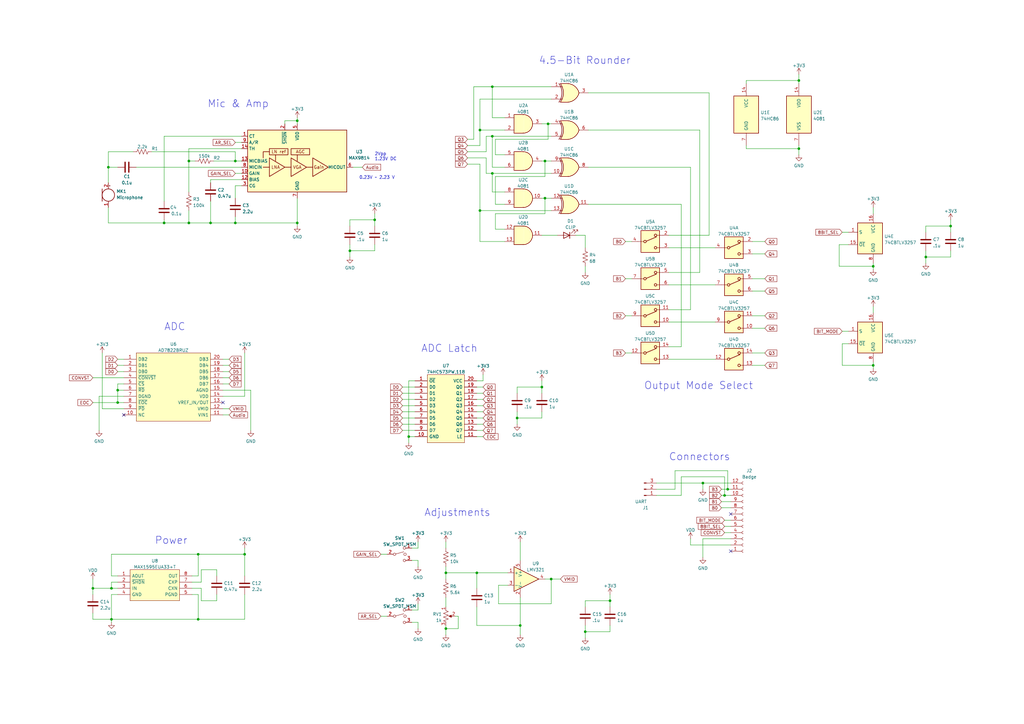
<source format=kicad_sch>
(kicad_sch (version 20211123) (generator eeschema)
  (paper "A3")
  (lib_symbols
    (symbol "4xxx:4081" (pin_names (offset 1.016))
      (property "Reference" "U" (at 0 1.27 0))
      (property "Value" "4081" (at 0 -1.27 0))
      (symbol "4081_1_1"
        (pin input line (at -7.62 2.54 0) (length 3.81) (name "~") (number "1"))
        (pin input line (at -7.62 -2.54 0) (length 3.81) (name "~") (number "2"))
        (pin output line (at 7.62 0 180) (length 3.81) (name "~") (number "3"))
      )
      (symbol "4081_1_2"
        (pin input inverted (at -7.62 2.54 0) (length 4.318) (name "~") (number "1"))
        (pin input inverted (at -7.62 -2.54 0) (length 4.318) (name "~") (number "2"))
        (pin output inverted (at 7.62 0 180) (length 3.81) (name "~") (number "3"))
      )
      (symbol "4081_2_1"
        (pin output line (at 7.62 0 180) (length 3.81) (name "~") (number "4"))
        (pin input line (at -7.62 2.54 0) (length 3.81) (name "~") (number "5"))
        (pin input line (at -7.62 -2.54 0) (length 3.81) (name "~") (number "6"))
      )
      (symbol "4081_2_2"
        (pin output inverted (at 7.62 0 180) (length 3.81) (name "~") (number "4"))
        (pin input inverted (at -7.62 2.54 0) (length 4.318) (name "~") (number "5"))
        (pin input inverted (at -7.62 -2.54 0) (length 4.318) (name "~") (number "6"))
      )
      (symbol "4081_3_1"
        (pin output line (at 7.62 0 180) (length 3.81) (name "~") (number "10"))
        (pin input line (at -7.62 2.54 0) (length 3.81) (name "~") (number "8"))
        (pin input line (at -7.62 -2.54 0) (length 3.81) (name "~") (number "9"))
      )
      (symbol "4081_3_2"
        (pin output inverted (at 7.62 0 180) (length 3.81) (name "~") (number "10"))
        (pin input inverted (at -7.62 2.54 0) (length 4.318) (name "~") (number "8"))
        (pin input inverted (at -7.62 -2.54 0) (length 4.318) (name "~") (number "9"))
      )
      (symbol "4081_4_1"
        (pin output line (at 7.62 0 180) (length 3.81) (name "~") (number "11"))
        (pin input line (at -7.62 2.54 0) (length 3.81) (name "~") (number "12"))
        (pin input line (at -7.62 -2.54 0) (length 3.81) (name "~") (number "13"))
      )
      (symbol "4081_4_2"
        (pin output inverted (at 7.62 0 180) (length 3.81) (name "~") (number "11"))
        (pin input inverted (at -7.62 2.54 0) (length 4.318) (name "~") (number "12"))
        (pin input inverted (at -7.62 -2.54 0) (length 4.318) (name "~") (number "13"))
      )
      (symbol "4081_5_0"
        (pin power_in line (at 0 12.7 270) (length 5.08) (name "VDD") (number "14"))
        (pin power_in line (at 0 -12.7 90) (length 5.08) (name "VSS") (number "7"))
      )
    )
    (symbol "74xx:74CBTLV3257"
      (property "Reference" "U" (at 17.78 1.27 0))
      (property "Value" "74CBTLV3257" (at 15.24 -1.27 0))
      (symbol "74CBTLV3257_1_1"
        (pin passive line (at 7.62 2.54 180) (length 2.54) (name "~") (number "2"))
        (pin passive line (at 7.62 -2.54 180) (length 2.54) (name "~") (number "3"))
        (pin passive line (at -7.62 0 0) (length 2.54) (name "~") (number "4"))
      )
      (symbol "74CBTLV3257_2_1"
        (pin passive line (at 7.62 2.54 180) (length 2.54) (name "~") (number "5"))
        (pin passive line (at 7.62 -2.54 180) (length 2.54) (name "~") (number "6"))
        (pin passive line (at -7.62 0 0) (length 2.54) (name "~") (number "7"))
      )
      (symbol "74CBTLV3257_3_1"
        (pin passive line (at 7.62 -2.54 180) (length 2.54) (name "~") (number "10"))
        (pin passive line (at 7.62 2.54 180) (length 2.54) (name "~") (number "11"))
        (pin passive line (at -7.62 0 0) (length 2.54) (name "~") (number "9"))
      )
      (symbol "74CBTLV3257_4_1"
        (pin passive line (at -7.62 0 0) (length 2.54) (name "~") (number "12"))
        (pin passive line (at 7.62 -2.54 180) (length 2.54) (name "~") (number "13"))
        (pin passive line (at 7.62 2.54 180) (length 2.54) (name "~") (number "14"))
      )
      (symbol "74CBTLV3257_5_1"
        (pin input line (at -10.16 2.54 0) (length 3.81) (name "S") (number "1"))
        (pin input line (at -10.16 -2.54 0) (length 3.81) (name "~{OE}") (number "15"))
        (pin power_in line (at 0 10.16 270) (length 3.81) (name "VCC") (number "16"))
        (pin power_in line (at 0 -10.16 90) (length 3.81) (name "GND") (number "8"))
      )
    )
    (symbol "74xx:74HC86" (pin_names (offset 1.016))
      (property "Reference" "U" (at 0 1.27 0))
      (property "Value" "74HC86" (at 0 -1.27 0))
      (symbol "74HC86_1_0"
        (pin input line (at -7.62 2.54 0) (length 4.445) (name "~") (number "1"))
        (pin input line (at -7.62 -2.54 0) (length 4.445) (name "~") (number "2"))
        (pin output line (at 7.62 0 180) (length 3.81) (name "~") (number "3"))
      )
      (symbol "74HC86_2_0"
        (pin input line (at -7.62 2.54 0) (length 4.445) (name "~") (number "4"))
        (pin input line (at -7.62 -2.54 0) (length 4.445) (name "~") (number "5"))
        (pin output line (at 7.62 0 180) (length 3.81) (name "~") (number "6"))
      )
      (symbol "74HC86_3_0"
        (pin input line (at -7.62 -2.54 0) (length 4.445) (name "~") (number "10"))
        (pin output line (at 7.62 0 180) (length 3.81) (name "~") (number "8"))
        (pin input line (at -7.62 2.54 0) (length 4.445) (name "~") (number "9"))
      )
      (symbol "74HC86_4_0"
        (pin output line (at 7.62 0 180) (length 3.81) (name "~") (number "11"))
        (pin input line (at -7.62 2.54 0) (length 4.445) (name "~") (number "12"))
        (pin input line (at -7.62 -2.54 0) (length 4.445) (name "~") (number "13"))
      )
      (symbol "74HC86_5_0"
        (pin power_in line (at 0 12.7 270) (length 5.08) (name "VCC") (number "14"))
        (pin power_in line (at 0 -12.7 90) (length 5.08) (name "GND") (number "7"))
      )
    )
    (symbol "Amplifier_Audio:MAX9814"
      (property "Reference" "U" (at -20.32 13.97 0))
      (property "Value" "MAX9814" (at 11.43 13.97 0))
      (symbol "MAX9814_0_0"
        (text "AGC" (at 1.27 3.81 0) (effects (font (size 1.27 1.27))))
        (text "Gain" (at 8.89 -2.54 0) (effects (font (size 1.27 1.27))))
        (text "LN ref" (at -7.62 3.81 0) (effects (font (size 1.27 1.27))))
        (text "LNA" (at -8.89 -2.54 0) (effects (font (size 1.27 1.27))))
        (text "VGA" (at 0 -2.54 0) (effects (font (size 1.27 1.27))))
      )
      (symbol "MAX9814_1_1"
        (pin input line (at -22.86 10.16 0) (length 2.54) (name "CT") (number "1"))
        (pin input line (at -22.86 -5.08 0) (length 2.54) (name "GAIN") (number "10"))
        (pin passive line (at 0 -15.24 90) (length 2.54) hide (name "GND") (number "11"))
        (pin passive line (at -22.86 -7.62 0) (length 2.54) (name "BIAS") (number "12"))
        (pin output line (at -22.86 0 0) (length 2.54) (name "MICBIAS") (number "13"))
        (pin input line (at -22.86 5.08 0) (length 2.54) (name "TH") (number "14"))
        (pin passive line (at 0 -15.24 90) (length 2.54) hide (name "GND") (number "15"))
        (pin input line (at -5.08 15.24 270) (length 2.54) (name "~{SHDN}") (number "2"))
        (pin passive line (at -22.86 -10.16 0) (length 2.54) (name "CG") (number "3"))
        (pin passive line (at 0 -15.24 90) (length 2.54) hide (name "GND") (number "4"))
        (pin power_in line (at 0 15.24 270) (length 2.54) (name "VDD") (number "5"))
        (pin output line (at 22.86 -2.54 180) (length 2.54) (name "MICOUT") (number "6"))
        (pin power_in line (at 0 -15.24 90) (length 2.54) (name "GND") (number "7"))
        (pin input line (at -22.86 -2.54 0) (length 2.54) (name "MICIN") (number "8"))
        (pin input line (at -22.86 7.62 0) (length 2.54) (name "A/R") (number "9"))
      )
    )
    (symbol "Amplifier_Operational:LMV321" (pin_names (offset 0.127))
      (property "Reference" "U" (at 0 5.08 0))
      (property "Value" "LMV321" (at 0 -5.08 0))
      (symbol "LMV321_0_1"
        (pin power_in line (at -2.54 -7.62 90) (length 3.81) (name "V-") (number "2"))
        (pin power_in line (at -2.54 7.62 270) (length 3.81) (name "V+") (number "5"))
      )
      (symbol "LMV321_1_1"
        (pin input line (at -7.62 2.54 0) (length 2.54) (name "+") (number "1"))
        (pin input line (at -7.62 -2.54 0) (length 2.54) (name "-") (number "3"))
        (pin output line (at 7.62 0 180) (length 2.54) (name "~") (number "4"))
      )
    )
    (symbol "Connector:Conn_01x03_Male" (pin_names (offset 1.016) hide)
      (property "Reference" "J" (at 0 5.08 0))
      (property "Value" "Conn_01x03_Male" (at 0 -5.08 0))
      (symbol "Conn_01x03_Male_1_1"
        (pin passive line (at 5.08 2.54 180) (length 3.81) (name "Pin_1") (number "1"))
        (pin passive line (at 5.08 0 180) (length 3.81) (name "Pin_2") (number "2"))
        (pin passive line (at 5.08 -2.54 180) (length 3.81) (name "Pin_3") (number "3"))
      )
    )
    (symbol "Connector:Conn_01x12_Female" (pin_names (offset 1.016) hide)
      (property "Reference" "J" (at 0 15.24 0))
      (property "Value" "Conn_01x12_Female" (at 0 -17.78 0))
      (symbol "Conn_01x12_Female_1_1"
        (pin passive line (at -5.08 12.7 0) (length 3.81) (name "Pin_1") (number "1"))
        (pin passive line (at -5.08 -10.16 0) (length 3.81) (name "Pin_10") (number "10"))
        (pin passive line (at -5.08 -12.7 0) (length 3.81) (name "Pin_11") (number "11"))
        (pin passive line (at -5.08 -15.24 0) (length 3.81) (name "Pin_12") (number "12"))
        (pin passive line (at -5.08 10.16 0) (length 3.81) (name "Pin_2") (number "2"))
        (pin passive line (at -5.08 7.62 0) (length 3.81) (name "Pin_3") (number "3"))
        (pin passive line (at -5.08 5.08 0) (length 3.81) (name "Pin_4") (number "4"))
        (pin passive line (at -5.08 2.54 0) (length 3.81) (name "Pin_5") (number "5"))
        (pin passive line (at -5.08 0 0) (length 3.81) (name "Pin_6") (number "6"))
        (pin passive line (at -5.08 -2.54 0) (length 3.81) (name "Pin_7") (number "7"))
        (pin passive line (at -5.08 -5.08 0) (length 3.81) (name "Pin_8") (number "8"))
        (pin passive line (at -5.08 -7.62 0) (length 3.81) (name "Pin_9") (number "9"))
      )
    )
    (symbol "Device:C" (pin_numbers hide) (pin_names (offset 0.254))
      (property "Reference" "C" (at 0.635 2.54 0))
      (property "Value" "C" (at 0.635 -2.54 0))
      (symbol "C_1_1"
        (pin passive line (at 0 3.81 270) (length 2.794) (name "~") (number "1"))
        (pin passive line (at 0 -3.81 90) (length 2.794) (name "~") (number "2"))
      )
    )
    (symbol "Device:LED" (pin_numbers hide) (pin_names (offset 1.016) hide)
      (property "Reference" "D" (at 0 2.54 0))
      (property "Value" "LED" (at 0 -2.54 0))
      (symbol "LED_1_1"
        (pin passive line (at -3.81 0 0) (length 2.54) (name "K") (number "1"))
        (pin passive line (at 3.81 0 180) (length 2.54) (name "A") (number "2"))
      )
    )
    (symbol "Device:Microphone" (pin_names (offset 0.0254) hide)
      (property "Reference" "MK" (at -3.81 1.27 0))
      (property "Value" "Microphone" (at -3.81 -0.635 0))
      (symbol "Microphone_1_1"
        (pin passive line (at 0 -5.08 90) (length 2.54) (name "-") (number "1"))
        (pin passive line (at 0 5.08 270) (length 2.54) (name "+") (number "2"))
      )
    )
    (symbol "Device:R_Potentiometer_US" (pin_names (offset 1.016) hide)
      (property "Reference" "RV" (at -4.445 0 90))
      (property "Value" "R_Potentiometer_US" (at -2.54 0 90))
      (symbol "R_Potentiometer_US_1_1"
        (pin passive line (at 0 3.81 270) (length 1.27) (name "1") (number "1"))
        (pin passive line (at 3.81 0 180) (length 1.27) (name "2") (number "2"))
        (pin passive line (at 0 -3.81 90) (length 1.27) (name "3") (number "3"))
      )
    )
    (symbol "Device:R_US" (pin_numbers hide) (pin_names (offset 0))
      (property "Reference" "R" (at 2.54 0 90))
      (property "Value" "R_US" (at -2.54 0 90))
      (symbol "R_US_1_1"
        (pin passive line (at 0 3.81 270) (length 1.27) (name "~") (number "1"))
        (pin passive line (at 0 -3.81 90) (length 1.27) (name "~") (number "2"))
      )
    )
    (symbol "SamacSys_Parts:74HC573PW,118" (pin_names (offset 0.762))
      (property "Reference" "U5" (at 12.7 6.189 0))
      (property "Value" "74HC573PW,118" (at 12.7 3.6521 0))
      (symbol "74HC573PW,118_0_0"
        (pin passive line (at 0 0 0) (length 5.08) (name "~{OE}") (number "1"))
        (pin passive line (at 0 -22.86 0) (length 5.08) (name "GND") (number "10"))
        (pin passive line (at 25.4 -22.86 180) (length 5.08) (name "LE") (number "11"))
        (pin passive line (at 25.4 -20.32 180) (length 5.08) (name "Q7") (number "12"))
        (pin passive line (at 25.4 -17.78 180) (length 5.08) (name "Q6") (number "13"))
        (pin passive line (at 25.4 -15.24 180) (length 5.08) (name "Q5") (number "14"))
        (pin passive line (at 25.4 -12.7 180) (length 5.08) (name "Q4") (number "15"))
        (pin passive line (at 25.4 -10.16 180) (length 5.08) (name "Q3") (number "16"))
        (pin passive line (at 25.4 -7.62 180) (length 5.08) (name "Q2") (number "17"))
        (pin passive line (at 25.4 -5.08 180) (length 5.08) (name "Q1") (number "18"))
        (pin passive line (at 25.4 -2.54 180) (length 5.08) (name "Q0") (number "19"))
        (pin passive line (at 0 -2.54 0) (length 5.08) (name "D0") (number "2"))
        (pin passive line (at 25.4 0 180) (length 5.08) (name "VCC") (number "20"))
        (pin passive line (at 0 -5.08 0) (length 5.08) (name "D1") (number "3"))
        (pin passive line (at 0 -7.62 0) (length 5.08) (name "D2") (number "4"))
        (pin passive line (at 0 -10.16 0) (length 5.08) (name "D3") (number "5"))
        (pin passive line (at 0 -12.7 0) (length 5.08) (name "D4") (number "6"))
        (pin passive line (at 0 -15.24 0) (length 5.08) (name "D5") (number "7"))
        (pin passive line (at 0 -17.78 0) (length 5.08) (name "D6") (number "8"))
        (pin passive line (at 0 -20.32 0) (length 5.08) (name "D7") (number "9"))
      )
    )
    (symbol "SamacSys_Parts:AD7822BRUZ" (pin_names (offset 0.762))
      (property "Reference" "U4" (at 20.32 6.189 0))
      (property "Value" "AD7822BRUZ" (at 20.32 3.6521 0))
      (symbol "AD7822BRUZ_0_0"
        (pin passive line (at 0 0 0) (length 5.08) (name "DB2") (number "1"))
        (pin no_connect line (at 0 -22.86 0) (length 5.08) (name "NC") (number "10"))
        (pin passive line (at 40.64 -22.86 180) (length 5.08) (name "VIN1") (number "11"))
        (pin passive line (at 40.64 -20.32 180) (length 5.08) (name "VMID") (number "12"))
        (pin passive line (at 40.64 -17.78 180) (length 5.08) (name "VREF_IN/OUT") (number "13"))
        (pin passive line (at 40.64 -15.24 180) (length 5.08) (name "VDD") (number "14"))
        (pin passive line (at 40.64 -12.7 180) (length 5.08) (name "AGND") (number "15"))
        (pin passive line (at 40.64 -10.16 180) (length 5.08) (name "DB7") (number "16"))
        (pin passive line (at 40.64 -7.62 180) (length 5.08) (name "DB6") (number "17"))
        (pin passive line (at 40.64 -5.08 180) (length 5.08) (name "DB5") (number "18"))
        (pin passive line (at 40.64 -2.54 180) (length 5.08) (name "DB4") (number "19"))
        (pin passive line (at 0 -2.54 0) (length 5.08) (name "DB1") (number "2"))
        (pin passive line (at 40.64 0 180) (length 5.08) (name "DB3") (number "20"))
        (pin passive line (at 0 -5.08 0) (length 5.08) (name "DB0") (number "3"))
        (pin passive line (at 0 -7.62 0) (length 5.08) (name "~{CONVST}") (number "4"))
        (pin passive line (at 0 -10.16 0) (length 5.08) (name "~{CS}") (number "5"))
        (pin passive line (at 0 -12.7 0) (length 5.08) (name "~{RD}") (number "6"))
        (pin passive line (at 0 -15.24 0) (length 5.08) (name "DGND") (number "7"))
        (pin passive line (at 0 -17.78 0) (length 5.08) (name "~{EOC}") (number "8"))
        (pin passive line (at 0 -20.32 0) (length 5.08) (name "~{PD}") (number "9"))
      )
    )
    (symbol "SamacSys_Parts:MAX1595EUA33+T" (pin_names (offset 0.762))
      (property "Reference" "IC?" (at 15.24 6.189 0))
      (property "Value" "MAX1595EUA33+T" (at 15.24 3.6521 0))
      (symbol "MAX1595EUA33+T_0_0"
        (pin output line (at 0 0 0) (length 5.08) (name "AOUT") (number "1"))
        (pin passive line (at 0 -2.54 0) (length 5.08) (name "~{SHDN}") (number "2"))
        (pin input line (at 0 -5.08 0) (length 5.08) (name "IN") (number "3"))
        (pin power_in line (at 0 -7.62 0) (length 5.08) (name "GND") (number "4"))
        (pin power_in line (at 30.48 -7.62 180) (length 5.08) (name "PGND") (number "5"))
        (pin passive line (at 30.48 -5.08 180) (length 5.08) (name "CXN") (number "6"))
        (pin passive line (at 30.48 -2.54 180) (length 5.08) (name "CXP") (number "7"))
        (pin output line (at 30.48 0 180) (length 5.08) (name "OUT") (number "8"))
      )
    )
    (symbol "Switch:SW_SPDT_MSM" (pin_names (offset 0) hide)
      (property "Reference" "SW" (at 0 5.08 0))
      (property "Value" "SW_SPDT_MSM" (at 0 -5.08 0))
      (symbol "SW_SPDT_MSM_1_1"
        (pin passive line (at 5.08 2.54 180) (length 2.54) (name "1") (number "1"))
        (pin passive line (at -5.08 0 0) (length 2.54) (name "2") (number "2"))
        (pin passive line (at 5.08 -2.54 180) (length 2.54) (name "3") (number "3"))
      )
    )
    (symbol "power:+3.3V" (power) (pin_names (offset 0))
      (property "Value" "+3.3V" (at 0 3.556 0))
      (symbol "+3.3V_1_1"
        (pin power_in line (at 0 0 90) (length 0) hide (name "+3V3") (number "1"))
      )
    )
    (symbol "power:GND" (power) (pin_names (offset 0))
      (property "Value" "GND" (at 0 -3.81 0))
      (symbol "GND_1_1"
        (pin power_in line (at 0 0 270) (length 0) hide (name "GND") (number "1"))
      )
    )
    (symbol "power:VDD" (power) (pin_names (offset 0))
      (property "Value" "VDD" (at 0 3.81 0))
      (symbol "VDD_1_1"
        (pin power_in line (at 0 0 90) (length 0) hide (name "VDD") (number "1"))
      )
    )
  )
  (junction (at 86.36 91.44))
  (junction (at 96.52 91.44))
  (junction (at 44.45 68.58))
  (junction (at 196.85 53.34))
  (junction (at 223.52 81.28))
  (junction (at 358.14 109.22))
  (junction (at 77.47 66.04))
  (junction (at 288.29 198.12))
  (junction (at 153.67 90.17))
  (junction (at 38.1 241.3))
  (junction (at 250.19 246.38))
  (junction (at 143.51 102.87))
  (junction (at 81.28 227.33))
  (junction (at 96.52 66.04))
  (junction (at 77.47 91.44))
  (junction (at 213.36 256.54))
  (junction (at 389.89 92.71))
  (junction (at 327.66 33.02))
  (junction (at 67.31 91.44))
  (junction (at 121.92 49.53))
  (junction (at 100.33 227.33))
  (junction (at 81.28 254))
  (junction (at 48.26 165.1))
  (junction (at 182.88 257.81))
  (junction (at 327.66 60.96))
  (junction (at 297.18 203.2))
  (junction (at 201.93 55.88))
  (junction (at 240.03 259.08))
  (junction (at 358.14 149.86))
  (junction (at 201.93 35.56))
  (junction (at 196.85 86.36))
  (junction (at 226.06 237.49))
  (junction (at 212.09 171.45))
  (junction (at 298.45 200.66))
  (junction (at 45.72 254))
  (junction (at 224.79 50.8))
  (junction (at 45.72 241.3))
  (junction (at 121.92 91.44))
  (junction (at 182.88 234.95))
  (junction (at 48.26 160.02))
  (junction (at 167.64 179.07))
  (junction (at 223.52 66.04))
  (junction (at 195.58 234.95))
  (junction (at 201.93 71.12))
  (junction (at 379.73 105.41))
  (junction (at 222.25 158.75))
  (no_connect (at 50.8 170.18))
  (no_connect (at 299.72 226.06))
  (no_connect (at 299.72 210.82))
  (no_connect (at 91.44 165.1))
  (wire (pts (xy 44.45 85.09) (xy 44.45 91.44)))
  (wire (pts (xy 165.1 171.45) (xy 170.18 171.45)))
  (wire (pts (xy 195.58 248.92) (xy 195.58 256.54)))
  (wire (pts (xy 182.88 234.95) (xy 182.88 237.49)))
  (wire (pts (xy 241.3 68.58) (xy 283.21 68.58)))
  (wire (pts (xy 274.32 127) (xy 283.21 127)))
  (wire (pts (xy 226.06 237.49) (xy 226.06 247.65)))
  (wire (pts (xy 186.69 252.73) (xy 187.96 252.73)))
  (wire (pts (xy 201.93 35.56) (xy 226.06 35.56)))
  (wire (pts (xy 298.45 193.04) (xy 298.45 200.66)))
  (wire (pts (xy 290.83 38.1) (xy 290.83 96.52)))
  (wire (pts (xy 269.24 203.2) (xy 279.4 203.2)))
  (wire (pts (xy 358.14 125.73) (xy 358.14 128.27)))
  (wire (pts (xy 308.61 149.86) (xy 313.69 149.86)))
  (wire (pts (xy 171.45 250.19) (xy 168.91 250.19)))
  (wire (pts (xy 45.72 238.76) (xy 45.72 241.3)))
  (wire (pts (xy 308.61 144.78) (xy 313.69 144.78)))
  (wire (pts (xy 45.72 236.22) (xy 45.72 227.33)))
  (wire (pts (xy 86.36 91.44) (xy 96.52 91.44)))
  (wire (pts (xy 199.39 71.12) (xy 201.93 71.12)))
  (wire (pts (xy 222.25 81.28) (xy 223.52 81.28)))
  (wire (pts (xy 116.84 50.8) (xy 116.84 49.53)))
  (wire (pts (xy 297.18 213.36) (xy 299.72 213.36)))
  (wire (pts (xy 358.14 149.86) (xy 358.14 151.13)))
  (wire (pts (xy 48.26 160.02) (xy 48.26 165.1)))
  (wire (pts (xy 45.72 241.3) (xy 48.26 241.3)))
  (wire (pts (xy 191.77 67.31) (xy 196.85 67.31)))
  (wire (pts (xy 358.14 107.95) (xy 358.14 109.22)))
  (wire (pts (xy 212.09 158.75) (xy 222.25 158.75)))
  (wire (pts (xy 240.03 259.08) (xy 250.19 259.08)))
  (wire (pts (xy 274.32 116.84) (xy 293.37 116.84)))
  (wire (pts (xy 38.1 243.84) (xy 38.1 241.3)))
  (wire (pts (xy 40.64 176.53) (xy 40.64 162.56)))
  (wire (pts (xy 379.73 105.41) (xy 379.73 107.95)))
  (wire (pts (xy 41.91 167.64) (xy 50.8 167.64)))
  (wire (pts (xy 283.21 220.98) (xy 283.21 223.52)))
  (wire (pts (xy 250.19 259.08) (xy 250.19 256.54)))
  (wire (pts (xy 213.36 245.11) (xy 213.36 256.54)))
  (wire (pts (xy 288.29 220.98) (xy 299.72 220.98)))
  (wire (pts (xy 87.63 66.04) (xy 96.52 66.04)))
  (wire (pts (xy 182.88 257.81) (xy 187.96 257.81)))
  (wire (pts (xy 77.47 78.74) (xy 77.47 66.04)))
  (wire (pts (xy 345.44 135.89) (xy 347.98 135.89)))
  (wire (pts (xy 196.85 53.34) (xy 207.01 53.34)))
  (wire (pts (xy 195.58 171.45) (xy 198.12 171.45)))
  (wire (pts (xy 203.2 63.5) (xy 207.01 63.5)))
  (wire (pts (xy 196.85 40.64) (xy 226.06 40.64)))
  (wire (pts (xy 327.66 33.02) (xy 327.66 34.29)))
  (wire (pts (xy 91.44 154.94) (xy 93.98 154.94)))
  (wire (pts (xy 327.66 59.69) (xy 327.66 60.96)))
  (wire (pts (xy 121.92 48.26) (xy 121.92 49.53)))
  (wire (pts (xy 195.58 256.54) (xy 213.36 256.54)))
  (wire (pts (xy 256.54 99.06) (xy 259.08 99.06)))
  (wire (pts (xy 204.47 247.65) (xy 204.47 240.03)))
  (wire (pts (xy 241.3 53.34) (xy 287.02 53.34)))
  (wire (pts (xy 222.25 96.52) (xy 228.6 96.52)))
  (wire (pts (xy 88.9 246.38) (xy 88.9 243.84)))
  (wire (pts (xy 240.03 109.22) (xy 240.03 111.76)))
  (wire (pts (xy 38.1 237.49) (xy 38.1 241.3)))
  (wire (pts (xy 306.07 34.29) (xy 306.07 33.02)))
  (wire (pts (xy 44.45 91.44) (xy 67.31 91.44)))
  (wire (pts (xy 306.07 33.02) (xy 327.66 33.02)))
  (wire (pts (xy 298.45 200.66) (xy 299.72 200.66)))
  (wire (pts (xy 48.26 149.86) (xy 50.8 149.86)))
  (wire (pts (xy 82.55 241.3) (xy 82.55 246.38)))
  (wire (pts (xy 274.32 142.24) (xy 279.4 142.24)))
  (wire (pts (xy 96.52 71.12) (xy 99.06 71.12)))
  (wire (pts (xy 96.52 91.44) (xy 96.52 88.9)))
  (wire (pts (xy 201.93 71.12) (xy 226.06 71.12)))
  (wire (pts (xy 191.77 57.15) (xy 194.31 57.15)))
  (wire (pts (xy 379.73 102.87) (xy 379.73 105.41)))
  (wire (pts (xy 203.2 87.63) (xy 203.2 93.98)))
  (wire (pts (xy 77.47 91.44) (xy 86.36 91.44)))
  (wire (pts (xy 288.29 198.12) (xy 299.72 198.12)))
  (wire (pts (xy 165.1 173.99) (xy 170.18 173.99)))
  (wire (pts (xy 223.52 72.39) (xy 203.2 72.39)))
  (wire (pts (xy 276.86 200.66) (xy 269.24 200.66)))
  (wire (pts (xy 196.85 86.36) (xy 196.85 67.31)))
  (wire (pts (xy 165.1 163.83) (xy 170.18 163.83)))
  (wire (pts (xy 171.45 232.41) (xy 171.45 229.87)))
  (wire (pts (xy 297.18 203.2) (xy 297.18 195.58)))
  (wire (pts (xy 196.85 53.34) (xy 196.85 59.69)))
  (wire (pts (xy 195.58 234.95) (xy 208.28 234.95)))
  (wire (pts (xy 195.58 158.75) (xy 198.12 158.75)))
  (wire (pts (xy 45.72 254) (xy 45.72 243.84)))
  (wire (pts (xy 287.02 53.34) (xy 287.02 111.76)))
  (wire (pts (xy 165.1 166.37) (xy 170.18 166.37)))
  (wire (pts (xy 295.91 200.66) (xy 298.45 200.66)))
  (wire (pts (xy 100.33 227.33) (xy 100.33 236.22)))
  (wire (pts (xy 250.19 243.84) (xy 250.19 246.38)))
  (wire (pts (xy 165.1 168.91) (xy 170.18 168.91)))
  (wire (pts (xy 256.54 144.78) (xy 259.08 144.78)))
  (wire (pts (xy 308.61 114.3) (xy 313.69 114.3)))
  (wire (pts (xy 195.58 163.83) (xy 198.12 163.83)))
  (wire (pts (xy 48.26 152.4) (xy 50.8 152.4)))
  (wire (pts (xy 54.61 62.23) (xy 44.45 62.23)))
  (wire (pts (xy 165.1 158.75) (xy 170.18 158.75)))
  (wire (pts (xy 48.26 236.22) (xy 45.72 236.22)))
  (wire (pts (xy 274.32 147.32) (xy 293.37 147.32)))
  (wire (pts (xy 167.64 179.07) (xy 170.18 179.07)))
  (wire (pts (xy 167.64 156.21) (xy 167.64 179.07)))
  (wire (pts (xy 143.51 92.71) (xy 143.51 90.17)))
  (wire (pts (xy 295.91 203.2) (xy 297.18 203.2)))
  (wire (pts (xy 100.33 243.84) (xy 100.33 254)))
  (wire (pts (xy 77.47 86.36) (xy 77.47 91.44)))
  (wire (pts (xy 222.25 171.45) (xy 222.25 168.91)))
  (wire (pts (xy 308.61 99.06) (xy 313.69 99.06)))
  (wire (pts (xy 48.26 160.02) (xy 50.8 160.02)))
  (wire (pts (xy 167.64 181.61) (xy 167.64 179.07)))
  (wire (pts (xy 40.64 162.56) (xy 50.8 162.56)))
  (wire (pts (xy 82.55 233.68) (xy 88.9 233.68)))
  (wire (pts (xy 67.31 82.55) (xy 67.31 55.88)))
  (wire (pts (xy 327.66 60.96) (xy 327.66 63.5)))
  (wire (pts (xy 170.18 156.21) (xy 167.64 156.21)))
  (wire (pts (xy 207.01 68.58) (xy 201.93 68.58)))
  (wire (pts (xy 44.45 68.58) (xy 44.45 74.93)))
  (wire (pts (xy 44.45 68.58) (xy 48.26 68.58)))
  (wire (pts (xy 165.1 176.53) (xy 170.18 176.53)))
  (wire (pts (xy 224.79 57.15) (xy 203.2 57.15)))
  (wire (pts (xy 196.85 53.34) (xy 196.85 40.64)))
  (wire (pts (xy 240.03 259.08) (xy 240.03 261.62)))
  (wire (pts (xy 204.47 240.03) (xy 208.28 240.03)))
  (wire (pts (xy 81.28 254) (xy 100.33 254)))
  (wire (pts (xy 82.55 246.38) (xy 88.9 246.38)))
  (wire (pts (xy 143.51 102.87) (xy 143.51 105.41)))
  (wire (pts (xy 379.73 95.25) (xy 379.73 92.71)))
  (wire (pts (xy 86.36 82.55) (xy 86.36 91.44)))
  (wire (pts (xy 203.2 83.82) (xy 207.01 83.82)))
  (wire (pts (xy 327.66 30.48) (xy 327.66 33.02)))
  (wire (pts (xy 48.26 147.32) (xy 50.8 147.32)))
  (wire (pts (xy 81.28 243.84) (xy 78.74 243.84)))
  (wire (pts (xy 96.52 66.04) (xy 96.52 62.23)))
  (wire (pts (xy 156.21 252.73) (xy 158.75 252.73)))
  (wire (pts (xy 222.25 66.04) (xy 223.52 66.04)))
  (wire (pts (xy 153.67 90.17) (xy 153.67 92.71)))
  (wire (pts (xy 306.07 59.69) (xy 306.07 60.96)))
  (wire (pts (xy 67.31 55.88) (xy 99.06 55.88)))
  (wire (pts (xy 38.1 251.46) (xy 38.1 254)))
  (wire (pts (xy 50.8 157.48) (xy 48.26 157.48)))
  (wire (pts (xy 256.54 114.3) (xy 259.08 114.3)))
  (wire (pts (xy 308.61 119.38) (xy 313.69 119.38)))
  (wire (pts (xy 96.52 76.2) (xy 99.06 76.2)))
  (wire (pts (xy 212.09 161.29) (xy 212.09 158.75)))
  (wire (pts (xy 196.85 86.36) (xy 226.06 86.36)))
  (wire (pts (xy 283.21 68.58) (xy 283.21 127)))
  (wire (pts (xy 96.52 58.42) (xy 99.06 58.42)))
  (wire (pts (xy 241.3 38.1) (xy 290.83 38.1)))
  (wire (pts (xy 195.58 179.07) (xy 198.12 179.07)))
  (wire (pts (xy 143.51 90.17) (xy 153.67 90.17)))
  (wire (pts (xy 240.03 246.38) (xy 250.19 246.38)))
  (wire (pts (xy 212.09 171.45) (xy 212.09 173.99)))
  (wire (pts (xy 38.1 165.1) (xy 48.26 165.1)))
  (wire (pts (xy 182.88 234.95) (xy 195.58 234.95)))
  (wire (pts (xy 203.2 72.39) (xy 203.2 83.82)))
  (wire (pts (xy 201.93 68.58) (xy 201.93 55.88)))
  (wire (pts (xy 48.26 157.48) (xy 48.26 160.02)))
  (wire (pts (xy 276.86 193.04) (xy 298.45 193.04)))
  (wire (pts (xy 222.25 50.8) (xy 224.79 50.8)))
  (wire (pts (xy 274.32 111.76) (xy 287.02 111.76)))
  (wire (pts (xy 116.84 49.53) (xy 121.92 49.53)))
  (wire (pts (xy 121.92 81.28) (xy 121.92 91.44)))
  (wire (pts (xy 279.4 83.82) (xy 279.4 142.24)))
  (wire (pts (xy 44.45 62.23) (xy 44.45 68.58)))
  (wire (pts (xy 389.89 90.17) (xy 389.89 92.71)))
  (wire (pts (xy 224.79 50.8) (xy 224.79 57.15)))
  (wire (pts (xy 182.88 256.54) (xy 182.88 257.81)))
  (wire (pts (xy 38.1 241.3) (xy 45.72 241.3)))
  (wire (pts (xy 41.91 144.78) (xy 41.91 167.64)))
  (wire (pts (xy 199.39 64.77) (xy 199.39 71.12)))
  (wire (pts (xy 88.9 233.68) (xy 88.9 236.22)))
  (wire (pts (xy 297.18 203.2) (xy 299.72 203.2)))
  (wire (pts (xy 182.88 232.41) (xy 182.88 234.95)))
  (wire (pts (xy 223.52 66.04) (xy 226.06 66.04)))
  (wire (pts (xy 223.52 81.28) (xy 223.52 87.63)))
  (wire (pts (xy 389.89 105.41) (xy 389.89 102.87)))
  (wire (pts (xy 196.85 86.36) (xy 196.85 99.06)))
  (wire (pts (xy 153.67 102.87) (xy 153.67 100.33)))
  (wire (pts (xy 199.39 55.88) (xy 201.93 55.88)))
  (wire (pts (xy 345.44 149.86) (xy 358.14 149.86)))
  (wire (pts (xy 269.24 198.12) (xy 288.29 198.12)))
  (wire (pts (xy 274.32 96.52) (xy 290.83 96.52)))
  (wire (pts (xy 96.52 81.28) (xy 96.52 76.2)))
  (wire (pts (xy 345.44 95.25) (xy 347.98 95.25)))
  (wire (pts (xy 203.2 93.98) (xy 207.01 93.98)))
  (wire (pts (xy 144.78 68.58) (xy 148.59 68.58)))
  (wire (pts (xy 191.77 62.23) (xy 199.39 62.23)))
  (wire (pts (xy 77.47 60.96) (xy 77.47 66.04)))
  (wire (pts (xy 201.93 55.88) (xy 226.06 55.88)))
  (wire (pts (xy 143.51 100.33) (xy 143.51 102.87)))
  (wire (pts (xy 171.45 255.27) (xy 168.91 255.27)))
  (wire (pts (xy 201.93 48.26) (xy 201.93 35.56)))
  (wire (pts (xy 156.21 227.33) (xy 158.75 227.33)))
  (wire (pts (xy 171.45 224.79) (xy 168.91 224.79)))
  (wire (pts (xy 187.96 257.81) (xy 187.96 252.73)))
  (wire (pts (xy 306.07 60.96) (xy 327.66 60.96)))
  (wire (pts (xy 38.1 154.94) (xy 50.8 154.94)))
  (wire (pts (xy 81.28 243.84) (xy 81.28 254)))
  (wire (pts (xy 224.79 50.8) (xy 226.06 50.8)))
  (wire (pts (xy 194.31 35.56) (xy 201.93 35.56)))
  (wire (pts (xy 45.72 227.33) (xy 81.28 227.33)))
  (wire (pts (xy 194.31 35.56) (xy 194.31 57.15)))
  (wire (pts (xy 308.61 104.14) (xy 313.69 104.14)))
  (wire (pts (xy 223.52 81.28) (xy 226.06 81.28)))
  (wire (pts (xy 256.54 129.54) (xy 259.08 129.54)))
  (wire (pts (xy 91.44 167.64) (xy 93.98 167.64)))
  (wire (pts (xy 199.39 62.23) (xy 199.39 55.88)))
  (wire (pts (xy 100.33 162.56) (xy 91.44 162.56)))
  (wire (pts (xy 91.44 157.48) (xy 93.98 157.48)))
  (wire (pts (xy 191.77 64.77) (xy 199.39 64.77)))
  (wire (pts (xy 295.91 208.28) (xy 299.72 208.28)))
  (wire (pts (xy 347.98 100.33) (xy 344.17 100.33)))
  (wire (pts (xy 283.21 223.52) (xy 299.72 223.52)))
  (wire (pts (xy 82.55 238.76) (xy 78.74 238.76)))
  (wire (pts (xy 102.87 160.02) (xy 91.44 160.02)))
  (wire (pts (xy 86.36 73.66) (xy 86.36 74.93)))
  (wire (pts (xy 222.25 158.75) (xy 222.25 161.29)))
  (wire (pts (xy 67.31 91.44) (xy 77.47 91.44)))
  (wire (pts (xy 81.28 236.22) (xy 78.74 236.22)))
  (wire (pts (xy 198.12 153.67) (xy 198.12 156.21)))
  (wire (pts (xy 102.87 176.53) (xy 102.87 160.02)))
  (wire (pts (xy 195.58 234.95) (xy 195.58 241.3)))
  (wire (pts (xy 308.61 134.62) (xy 313.69 134.62)))
  (wire (pts (xy 358.14 148.59) (xy 358.14 149.86)))
  (wire (pts (xy 96.52 91.44) (xy 121.92 91.44)))
  (wire (pts (xy 240.03 256.54) (xy 240.03 259.08)))
  (wire (pts (xy 62.23 62.23) (xy 96.52 62.23)))
  (wire (pts (xy 276.86 193.04) (xy 276.86 200.66)))
  (wire (pts (xy 171.45 257.81) (xy 171.45 255.27)))
  (wire (pts (xy 223.52 237.49) (xy 226.06 237.49)))
  (wire (pts (xy 143.51 102.87) (xy 153.67 102.87)))
  (wire (pts (xy 203.2 57.15) (xy 203.2 63.5)))
  (wire (pts (xy 274.32 101.6) (xy 293.37 101.6)))
  (wire (pts (xy 171.45 229.87) (xy 168.91 229.87)))
  (wire (pts (xy 207.01 78.74) (xy 201.93 78.74)))
  (wire (pts (xy 288.29 200.66) (xy 288.29 198.12)))
  (wire (pts (xy 379.73 105.41) (xy 389.89 105.41)))
  (wire (pts (xy 279.4 195.58) (xy 297.18 195.58)))
  (wire (pts (xy 201.93 78.74) (xy 201.93 71.12)))
  (wire (pts (xy 99.06 60.96) (xy 77.47 60.96)))
  (wire (pts (xy 297.18 218.44) (xy 299.72 218.44)))
  (wire (pts (xy 45.72 254) (xy 81.28 254)))
  (wire (pts (xy 81.28 227.33) (xy 81.28 236.22)))
  (wire (pts (xy 55.88 68.58) (xy 99.06 68.58)))
  (wire (pts (xy 212.09 171.45) (xy 222.25 171.45)))
  (wire (pts (xy 171.45 222.25) (xy 171.45 224.79)))
  (wire (pts (xy 77.47 66.04) (xy 80.01 66.04)))
  (wire (pts (xy 295.91 205.74) (xy 299.72 205.74)))
  (wire (pts (xy 195.58 166.37) (xy 198.12 166.37)))
  (wire (pts (xy 153.67 87.63) (xy 153.67 90.17)))
  (wire (pts (xy 67.31 90.17) (xy 67.31 91.44)))
  (wire (pts (xy 236.22 96.52) (xy 240.03 96.52)))
  (wire (pts (xy 91.44 147.32) (xy 93.98 147.32)))
  (wire (pts (xy 250.19 246.38) (xy 250.19 248.92)))
  (wire (pts (xy 226.06 247.65) (xy 204.47 247.65)))
  (wire (pts (xy 308.61 129.54) (xy 313.69 129.54)))
  (wire (pts (xy 212.09 168.91) (xy 212.09 171.45)))
  (wire (pts (xy 389.89 92.71) (xy 389.89 95.25)))
  (wire (pts (xy 240.03 248.92) (xy 240.03 246.38)))
  (wire (pts (xy 91.44 149.86) (xy 93.98 149.86)))
  (wire (pts (xy 191.77 59.69) (xy 196.85 59.69)))
  (wire (pts (xy 45.72 243.84) (xy 48.26 243.84)))
  (wire (pts (xy 165.1 161.29) (xy 170.18 161.29)))
  (wire (pts (xy 279.4 195.58) (xy 279.4 203.2)))
  (wire (pts (xy 195.58 161.29) (xy 198.12 161.29)))
  (wire (pts (xy 78.74 241.3) (xy 82.55 241.3)))
  (wire (pts (xy 45.72 255.27) (xy 45.72 254)))
  (wire (pts (xy 195.58 176.53) (xy 198.12 176.53)))
  (wire (pts (xy 344.17 109.22) (xy 358.14 109.22)))
  (wire (pts (xy 241.3 83.82) (xy 279.4 83.82)))
  (wire (pts (xy 121.92 49.53) (xy 121.92 50.8)))
  (wire (pts (xy 121.92 91.44) (xy 121.92 92.71)))
  (wire (pts (xy 91.44 152.4) (xy 93.98 152.4)))
  (wire (pts (xy 223.52 66.04) (xy 223.52 72.39)))
  (wire (pts (xy 379.73 92.71) (xy 389.89 92.71)))
  (wire (pts (xy 358.14 85.09) (xy 358.14 87.63)))
  (wire (pts (xy 48.26 238.76) (xy 45.72 238.76)))
  (wire (pts (xy 99.06 73.66) (xy 86.36 73.66)))
  (wire (pts (xy 213.36 256.54) (xy 213.36 260.35)))
  (wire (pts (xy 171.45 247.65) (xy 171.45 250.19)))
  (wire (pts (xy 297.18 215.9) (xy 299.72 215.9)))
  (wire (pts (xy 207.01 99.06) (xy 196.85 99.06)))
  (wire (pts (xy 91.44 170.18) (xy 93.98 170.18)))
  (wire (pts (xy 274.32 132.08) (xy 293.37 132.08)))
  (wire (pts (xy 198.12 156.21) (xy 195.58 156.21)))
  (wire (pts (xy 182.88 245.11) (xy 182.88 248.92)))
  (wire (pts (xy 81.28 227.33) (xy 100.33 227.33)))
  (wire (pts (xy 288.29 228.6) (xy 288.29 220.98)))
  (wire (pts (xy 344.17 100.33) (xy 344.17 109.22)))
  (wire (pts (xy 345.44 140.97) (xy 345.44 149.86)))
  (wire (pts (xy 240.03 96.52) (xy 240.03 101.6)))
  (wire (pts (xy 82.55 233.68) (xy 82.55 238.76)))
  (wire (pts (xy 347.98 140.97) (xy 345.44 140.97)))
  (wire (pts (xy 195.58 168.91) (xy 198.12 168.91)))
  (wire (pts (xy 223.52 87.63) (xy 203.2 87.63)))
  (wire (pts (xy 96.52 66.04) (xy 99.06 66.04)))
  (wire (pts (xy 100.33 144.78) (xy 100.33 162.56)))
  (wire (pts (xy 182.88 222.25) (xy 182.88 224.79)))
  (wire (pts (xy 38.1 254) (xy 45.72 254)))
  (wire (pts (xy 226.06 237.49) (xy 229.87 237.49)))
  (wire (pts (xy 358.14 109.22) (xy 358.14 110.49)))
  (wire (pts (xy 213.36 222.25) (xy 213.36 229.87)))
  (wire (pts (xy 182.88 257.81) (xy 182.88 260.35)))
  (wire (pts (xy 48.26 165.1) (xy 50.8 165.1)))
  (wire (pts (xy 207.01 48.26) (xy 201.93 48.26)))
  (wire (pts (xy 100.33 224.79) (xy 100.33 227.33)))
  (wire (pts (xy 222.25 156.21) (xy 222.25 158.75)))
  (wire (pts (xy 195.58 173.99) (xy 198.12 173.99)))
  (text "Power" (at 63.5 223.52 0) (effects (font (size 3 3)) (justify left bottom)))
  (text "4.5-Bit Rounder" (at 220.98 26.67 0) (effects (font (size 3 3)) (justify left bottom)))
  (text "2Vpp\n1.23V DC" (at 153.67 66.04 0) (effects (font (size 1.27 1.27)) (justify left bottom)))
  (text "ADC Latch" (at 172.72 144.78 0) (effects (font (size 3 3)) (justify left bottom)))
  (text "Mic & Amp" (at 85.09 44.45 0) (effects (font (size 3 3)) (justify left bottom)))
  (text "Adjustments" (at 173.99 212.09 0) (effects (font (size 3 3)) (justify left bottom)))
  (text "Output Mode Select" (at 264.16 160.02 0) (effects (font (size 3 3)) (justify left bottom)))
  (text "ADC" (at 67.31 135.89 0) (effects (font (size 3 3)) (justify left bottom)))
  (text "Connectors" (at 274.32 189.23 0) (effects (font (size 3 3)) (justify left bottom)))
  (text "0.23V ~ 2.23 V" (at 147.32 73.66 0) (effects (font (size 1.27 1.27)) (justify left bottom)))
  (global_label "B2" (shape input) (at 256.54 129.54 180) (property "Intersheet References" "${INTERSHEET_REFS}" (effects hide)))
  (global_label "D2" (shape input) (at 165.1 163.83 180) (property "Intersheet References" "${INTERSHEET_REFS}" (effects hide)))
  (global_label "D2" (shape input) (at 48.26 147.32 180) (property "Intersheet References" "${INTERSHEET_REFS}" (effects hide)))
  (global_label "D5" (shape input) (at 93.98 152.4 0) (property "Intersheet References" "${INTERSHEET_REFS}" (effects hide)))
  (global_label "D0" (shape input) (at 48.26 152.4 180) (property "Intersheet References" "${INTERSHEET_REFS}" (effects hide)))
  (global_label "B3" (shape input) (at 256.54 144.78 180) (property "Intersheet References" "${INTERSHEET_REFS}" (effects hide)))
  (global_label "VMID" (shape input) (at 229.87 237.49 0) (property "Intersheet References" "${INTERSHEET_REFS}" (effects hide)))
  (global_label "Q6" (shape input) (at 198.12 173.99 0) (property "Intersheet References" "${INTERSHEET_REFS}" (effects hide)))
  (global_label "D6" (shape input) (at 165.1 173.99 180) (property "Intersheet References" "${INTERSHEET_REFS}" (effects hide)))
  (global_label "Q7" (shape input) (at 198.12 176.53 0) (property "Intersheet References" "${INTERSHEET_REFS}" (effects hide)))
  (global_label "Q3" (shape input) (at 313.69 144.78 0) (property "Intersheet References" "${INTERSHEET_REFS}" (effects hide)))
  (global_label "GAIN_SEL" (shape input) (at 156.21 227.33 180) (property "Intersheet References" "${INTERSHEET_REFS}" (effects hide)))
  (global_label "D5" (shape input) (at 165.1 171.45 180) (property "Intersheet References" "${INTERSHEET_REFS}" (effects hide)))
  (global_label "Q5" (shape input) (at 313.69 119.38 0) (property "Intersheet References" "${INTERSHEET_REFS}" (effects hide)))
  (global_label "Q0" (shape input) (at 198.12 158.75 0) (property "Intersheet References" "${INTERSHEET_REFS}" (effects hide)))
  (global_label "B1" (shape input) (at 256.54 114.3 180) (property "Intersheet References" "${INTERSHEET_REFS}" (effects hide)))
  (global_label "D1" (shape input) (at 48.26 149.86 180) (property "Intersheet References" "${INTERSHEET_REFS}" (effects hide)))
  (global_label "Q5" (shape input) (at 191.77 62.23 180) (property "Intersheet References" "${INTERSHEET_REFS}" (effects hide)))
  (global_label "B0" (shape input) (at 256.54 99.06 180) (property "Intersheet References" "${INTERSHEET_REFS}" (effects hide)))
  (global_label "D4" (shape input) (at 165.1 168.91 180) (property "Intersheet References" "${INTERSHEET_REFS}" (effects hide)))
  (global_label "Q2" (shape input) (at 313.69 129.54 0) (property "Intersheet References" "${INTERSHEET_REFS}" (effects hide)))
  (global_label "B1" (shape input) (at 295.91 205.74 180) (property "Intersheet References" "${INTERSHEET_REFS}" (effects hide)))
  (global_label "8BIT_SEL" (shape input) (at 345.44 95.25 180) (property "Intersheet References" "${INTERSHEET_REFS}" (effects hide)))
  (global_label "Q1" (shape input) (at 313.69 114.3 0) (property "Intersheet References" "${INTERSHEET_REFS}" (effects hide)))
  (global_label "Q7" (shape input) (at 313.69 149.86 0) (property "Intersheet References" "${INTERSHEET_REFS}" (effects hide)))
  (global_label "Q4" (shape input) (at 198.12 168.91 0) (property "Intersheet References" "${INTERSHEET_REFS}" (effects hide)))
  (global_label "GAIN_SEL" (shape input) (at 96.52 71.12 180) (property "Intersheet References" "${INTERSHEET_REFS}" (effects hide)))
  (global_label "EOC" (shape input) (at 38.1 165.1 180) (property "Intersheet References" "${INTERSHEET_REFS}" (effects hide)))
  (global_label "D3" (shape input) (at 165.1 166.37 180) (property "Intersheet References" "${INTERSHEET_REFS}" (effects hide)))
  (global_label "D7" (shape input) (at 165.1 176.53 180) (property "Intersheet References" "${INTERSHEET_REFS}" (effects hide)))
  (global_label "D0" (shape input) (at 165.1 158.75 180) (property "Intersheet References" "${INTERSHEET_REFS}" (effects hide)))
  (global_label "Q3" (shape input) (at 191.77 57.15 180) (property "Intersheet References" "${INTERSHEET_REFS}" (effects hide)))
  (global_label "B0" (shape input) (at 295.91 208.28 180) (property "Intersheet References" "${INTERSHEET_REFS}" (effects hide)))
  (global_label "Q1" (shape input) (at 198.12 161.29 0) (property "Intersheet References" "${INTERSHEET_REFS}" (effects hide)))
  (global_label "CONVST" (shape input) (at 297.18 218.44 180) (property "Intersheet References" "${INTERSHEET_REFS}" (effects hide)))
  (global_label "Audio" (shape input) (at 93.98 170.18 0) (property "Intersheet References" "${INTERSHEET_REFS}" (effects hide)))
  (global_label "D6" (shape input) (at 93.98 154.94 0) (property "Intersheet References" "${INTERSHEET_REFS}" (effects hide)))
  (global_label "Q4" (shape input) (at 313.69 104.14 0) (property "Intersheet References" "${INTERSHEET_REFS}" (effects hide)))
  (global_label "BIT_MODE" (shape input) (at 297.18 213.36 180) (property "Intersheet References" "${INTERSHEET_REFS}" (effects hide)))
  (global_label "D7" (shape input) (at 93.98 157.48 0) (property "Intersheet References" "${INTERSHEET_REFS}" (effects hide)))
  (global_label "AR_SEL" (shape input) (at 96.52 58.42 180) (property "Intersheet References" "${INTERSHEET_REFS}" (effects hide)))
  (global_label "D1" (shape input) (at 165.1 161.29 180) (property "Intersheet References" "${INTERSHEET_REFS}" (effects hide)))
  (global_label "B3" (shape input) (at 295.91 200.66 180) (property "Intersheet References" "${INTERSHEET_REFS}" (effects hide)))
  (global_label "CONVST" (shape input) (at 38.1 154.94 180) (property "Intersheet References" "${INTERSHEET_REFS}" (effects hide)))
  (global_label "Q3" (shape input) (at 198.12 166.37 0) (property "Intersheet References" "${INTERSHEET_REFS}" (effects hide)))
  (global_label "EOC" (shape input) (at 198.12 179.07 0) (property "Intersheet References" "${INTERSHEET_REFS}" (effects hide)))
  (global_label "VMID" (shape input) (at 93.98 167.64 0) (property "Intersheet References" "${INTERSHEET_REFS}" (effects hide)))
  (global_label "AR_SEL" (shape input) (at 156.21 252.73 180) (property "Intersheet References" "${INTERSHEET_REFS}" (effects hide)))
  (global_label "Q4" (shape input) (at 191.77 59.69 180) (property "Intersheet References" "${INTERSHEET_REFS}" (effects hide)))
  (global_label "Q7" (shape input) (at 191.77 67.31 180) (property "Intersheet References" "${INTERSHEET_REFS}" (effects hide)))
  (global_label "Q5" (shape input) (at 198.12 171.45 0) (property "Intersheet References" "${INTERSHEET_REFS}" (effects hide)))
  (global_label "Q0" (shape input) (at 313.69 99.06 0) (property "Intersheet References" "${INTERSHEET_REFS}" (effects hide)))
  (global_label "Audio" (shape input) (at 148.59 68.58 0) (property "Intersheet References" "${INTERSHEET_REFS}" (effects hide)))
  (global_label "Q6" (shape input) (at 313.69 134.62 0) (property "Intersheet References" "${INTERSHEET_REFS}" (effects hide)))
  (global_label "B2" (shape input) (at 295.91 203.2 180) (property "Intersheet References" "${INTERSHEET_REFS}" (effects hide)))
  (global_label "D4" (shape input) (at 93.98 149.86 0) (property "Intersheet References" "${INTERSHEET_REFS}" (effects hide)))
  (global_label "D3" (shape input) (at 93.98 147.32 0) (property "Intersheet References" "${INTERSHEET_REFS}" (effects hide)))
  (global_label "Q2" (shape input) (at 198.12 163.83 0) (property "Intersheet References" "${INTERSHEET_REFS}" (effects hide)))
  (global_label "8BIT_SEL" (shape input) (at 297.18 215.9 180) (property "Intersheet References" "${INTERSHEET_REFS}" (effects hide)))
  (global_label "BIT_MODE" (shape input) (at 345.44 135.89 180) (property "Intersheet References" "${INTERSHEET_REFS}" (effects hide)))
  (global_label "Q6" (shape input) (at 191.77 64.77 180) (property "Intersheet References" "${INTERSHEET_REFS}" (effects hide)))
  (symbol (lib_id "Device:C") (at 96.52 85.09 0) (unit 1)
    (property "Reference" "C3" (at 99.441 84.2553 0) (effects (justify left)))
    (property "Value" "2.2u" (at 99.441 86.7922 0) (effects (justify left)))
    (property "Footprint" "Capacitor_SMD:C_0402_1005Metric_Pad0.74x0.62mm_HandSolder" (effects hide))
  )
  (symbol (lib_id "Device:C") (at 86.36 78.74 0) (unit 1)
    (property "Reference" "C2" (at 89.281 77.9053 0) (effects (justify left)))
    (property "Value" "0.47u" (at 89.281 80.4422 0) (effects (justify left)))
    (property "Footprint" "Capacitor_SMD:C_0402_1005Metric_Pad0.74x0.62mm_HandSolder" (effects hide))
  )
  (symbol (lib_id "74xx:74CBTLV3257") (at 358.14 97.79 0) (unit 5)
    (property "Reference" "U4" (at 362.712 96.9553 0) (effects (justify left)))
    (property "Value" "74CBTLV3257" (at 362.712 99.4922 0) (effects (justify left)))
    (property "Footprint" "Package_SO:TSSOP-16_4.4x5mm_P0.65mm" (effects hide))
    (property "Datasheet" "http://www.ti.com/lit/ds/symlink/sn74cbtlv3257.pdf" (effects hide))
  )
  (symbol (lib_id "Connector:Conn_01x03_Male") (at 264.16 200.66 0) (mirror x) (unit 1)
    (property "Reference" "J1" (at 264.795 208.246 0))
    (property "Value" "UART" (at 262.89 205.74 0))
    (property "Footprint" "Connector_PinHeader_2.54mm:PinHeader_1x03_P2.54mm_Horizontal" (effects hide))
  )
  (symbol (lib_id "power:+3.3V") (at 327.66 30.48 0) (unit 1)
    (property "Reference" "#PWR01" (effects hide))
    (property "Value" "+3.3V" (at 327.66 26.9042 0))
  )
  (symbol (lib_id "power:VDD") (at 283.21 220.98 0) (unit 1)
    (property "Reference" "#PWR023" (effects hide))
    (property "Value" "VDD" (at 283.21 217.4042 0))
  )
  (symbol (lib_id "power:GND") (at 240.03 261.62 0) (unit 1)
    (property "Reference" "#PWR037" (effects hide))
    (property "Value" "GND" (at 240.03 266.0634 0))
  )
  (symbol (lib_id "4xxx:4081") (at 327.66 46.99 0) (unit 5)
    (property "Reference" "U2" (at 333.502 46.1553 0) (effects (justify left)))
    (property "Value" "4081" (at 333.502 48.6922 0) (effects (justify left)))
    (property "Footprint" "Package_SO:SOIC-14_3.9x8.7mm_P1.27mm" (effects hide))
    (property "Datasheet" "http://www.intersil.com/content/dam/Intersil/documents/cd40/cd4073bms-81bms-82bms.pdf" (effects hide))
  )
  (symbol (lib_id "74xx:74HC86") (at 306.07 46.99 0) (unit 5)
    (property "Reference" "U1" (at 311.912 46.1553 0) (effects (justify left)))
    (property "Value" "74HC86" (at 311.912 48.6922 0) (effects (justify left)))
    (property "Footprint" "Package_SO:SOIC-14_3.9x8.7mm_P1.27mm" (effects hide))
    (property "Datasheet" "http://www.ti.com/lit/gpn/sn74HC86" (effects hide))
  )
  (symbol (lib_id "SamacSys_Parts:74HC573PW,118") (at 170.18 156.21 0) (unit 1)
    (property "Reference" "U7" (at 182.88 150.021 0))
    (property "Value" "74HC573PW,118" (at 182.88 152.5579 0))
    (property "Footprint" "SamacSys_Parts:SOP65P640X110-20N" (effects hide))
    (property "Datasheet" "https://assets.nexperia.com/documents/data-sheet/74HC_HCT573.pdf" (effects hide))
    (property "Description" "NEXPERIA - 74HC573PW,118 - Latch, HC Family, 74HC573, D Type Transparent, Tri State Non Inverted, 35 mA, TSSOP" (effects hide))
    (property "Height" "1.1" (effects hide))
    (property "Mouser Part Number" "771-74HC573PW-T" (effects hide))
    (property "Mouser Price/Stock" "https://www.mouser.co.uk/ProductDetail/Nexperia/74HC573PW118?qs=P62ublwmbi8OsF1zmoud6g%3D%3D" (effects hide))
    (property "Manufacturer_Name" "Nexperia" (effects hide))
    (property "Manufacturer_Part_Number" "74HC573PW,118" (effects hide))
  )
  (symbol (lib_id "power:+3.3V") (at 250.19 243.84 0) (unit 1)
    (property "Reference" "#PWR031" (effects hide))
    (property "Value" "+3.3V" (at 250.19 240.2642 0))
  )
  (symbol (lib_id "Device:C") (at 222.25 165.1 0) (unit 1)
    (property "Reference" "C10" (at 225.171 164.2653 0) (effects (justify left)))
    (property "Value" "1u" (at 225.171 166.8022 0) (effects (justify left)))
    (property "Footprint" "Capacitor_SMD:C_0402_1005Metric_Pad0.74x0.62mm_HandSolder" (effects hide))
  )
  (symbol (lib_id "power:+3.3V") (at 100.33 144.78 0) (unit 1)
    (property "Reference" "#PWR014" (effects hide))
    (property "Value" "+3.3V" (at 100.33 141.2042 0))
  )
  (symbol (lib_id "Amplifier_Operational:LMV321") (at 215.9 237.49 0) (unit 1)
    (property "Reference" "U9" (at 219.71 231.1431 0))
    (property "Value" "LMV321" (at 219.71 233.68 0))
    (property "Footprint" "Package_TO_SOT_SMD:SOT-23-5" (effects hide))
    (property "Datasheet" "https://rocelec.widen.net/view/pdf/hsbslfymvc/slos263w.pdf?t.download=true&u=5oefqw" (effects hide))
  )
  (symbol (lib_id "74xx:74CBTLV3257") (at 266.7 129.54 0) (unit 3)
    (property "Reference" "U5" (at 266.7 121.3952 0))
    (property "Value" "74CBTLV3257" (at 266.7 123.9321 0))
    (property "Footprint" "Package_SO:TSSOP-16_4.4x5mm_P0.65mm" (effects hide))
    (property "Datasheet" "http://www.ti.com/lit/ds/symlink/sn74cbtlv3257.pdf" (effects hide))
  )
  (symbol (lib_id "Device:C") (at 52.07 68.58 270) (unit 1)
    (property "Reference" "C1" (at 52.07 72.39 90))
    (property "Value" "0.1u" (at 52.07 74.9269 90))
    (property "Footprint" "Capacitor_SMD:C_0402_1005Metric_Pad0.74x0.62mm_HandSolder" (effects hide))
  )
  (symbol (lib_id "74xx:74CBTLV3257") (at 266.7 144.78 0) (unit 4)
    (property "Reference" "U5" (at 266.7 136.6352 0))
    (property "Value" "74CBTLV3257" (at 266.7 139.1721 0))
    (property "Footprint" "Package_SO:TSSOP-16_4.4x5mm_P0.65mm" (effects hide))
    (property "Datasheet" "http://www.ti.com/lit/ds/symlink/sn74cbtlv3257.pdf" (effects hide))
  )
  (symbol (lib_id "74xx:74HC86") (at 233.68 68.58 0) (unit 3)
    (property "Reference" "U1" (at 233.3752 61.0702 0))
    (property "Value" "74HC86" (at 233.3752 63.6071 0))
    (property "Footprint" "Package_SO:SOIC-14_3.9x8.7mm_P1.27mm" (effects hide))
    (property "Datasheet" "http://www.ti.com/lit/gpn/sn74HC86" (effects hide))
  )
  (symbol (lib_id "power:GND") (at 182.88 260.35 0) (unit 1)
    (property "Reference" "#PWR035" (effects hide))
    (property "Value" "GND" (at 182.88 264.7934 0))
  )
  (symbol (lib_id "power:GND") (at 212.09 173.99 0) (unit 1)
    (property "Reference" "#PWR018" (effects hide))
    (property "Value" "GND" (at 212.09 178.4334 0))
  )
  (symbol (lib_id "power:GND") (at 379.73 107.95 0) (unit 1)
    (property "Reference" "#PWR09" (effects hide))
    (property "Value" "GND" (at 379.73 112.3934 0))
  )
  (symbol (lib_id "Device:R_US") (at 77.47 82.55 180) (unit 1)
    (property "Reference" "R3" (at 79.121 81.7153 0) (effects (justify right)))
    (property "Value" "100k" (at 79.121 84.2522 0) (effects (justify right)))
    (property "Footprint" "Resistor_SMD:R_0805_2012Metric" (effects hide))
  )
  (symbol (lib_id "power:GND") (at 45.72 255.27 0) (unit 1)
    (property "Reference" "#PWR033" (effects hide))
    (property "Value" "GND" (at 45.72 259.7134 0))
  )
  (symbol (lib_id "74xx:74CBTLV3257") (at 300.99 132.08 0) (unit 3)
    (property "Reference" "U4" (at 300.99 123.9352 0))
    (property "Value" "74CBTLV3257" (at 300.99 126.4721 0))
    (property "Footprint" "Package_SO:TSSOP-16_4.4x5mm_P0.65mm" (effects hide))
    (property "Datasheet" "http://www.ti.com/lit/ds/symlink/sn74cbtlv3257.pdf" (effects hide))
  )
  (symbol (lib_id "Device:R_Potentiometer_US") (at 182.88 252.73 0) (unit 1)
    (property "Reference" "RV1" (at 181.2291 251.8953 0) (effects (justify right)))
    (property "Value" "1k" (at 181.2291 254.4322 0) (effects (justify right)))
    (property "Footprint" "Potentiometer_SMD:Potentiometer_Bourns_3214G_Horizontal" (effects hide))
  )
  (symbol (lib_id "power:+3.3V") (at 153.67 87.63 0) (unit 1)
    (property "Reference" "#PWR05" (effects hide))
    (property "Value" "+3.3V" (at 153.67 84.0542 0))
  )
  (symbol (lib_id "power:GND") (at 102.87 176.53 0) (unit 1)
    (property "Reference" "#PWR020" (effects hide))
    (property "Value" "GND" (at 102.87 180.9734 0))
  )
  (symbol (lib_id "4xxx:4081") (at 214.63 66.04 0) (unit 2)
    (property "Reference" "U2" (at 214.63 58.5302 0))
    (property "Value" "4081" (at 214.63 61.0671 0))
    (property "Footprint" "Package_SO:SOIC-14_3.9x8.7mm_P1.27mm" (effects hide))
    (property "Datasheet" "http://www.intersil.com/content/dam/Intersil/documents/cd40/cd4073bms-81bms-82bms.pdf" (effects hide))
  )
  (symbol (lib_id "74xx:74HC86") (at 233.68 38.1 0) (unit 1)
    (property "Reference" "U1" (at 233.3752 30.5902 0))
    (property "Value" "74HC86" (at 233.3752 33.1271 0))
    (property "Footprint" "Package_SO:SOIC-14_3.9x8.7mm_P1.27mm" (effects hide))
    (property "Datasheet" "http://www.ti.com/lit/gpn/sn74HC86" (effects hide))
  )
  (symbol (lib_id "power:GND") (at 288.29 200.66 0) (unit 1)
    (property "Reference" "#PWR022" (effects hide))
    (property "Value" "GND" (at 288.29 205.1034 0))
  )
  (symbol (lib_id "Device:LED") (at 232.41 96.52 180) (unit 1)
    (property "Reference" "D1" (at 233.9975 90.6612 0))
    (property "Value" "CLIP" (at 233.9975 93.1981 0))
    (property "Footprint" "LED_SMD:LED_0805_2012Metric" (effects hide))
  )
  (symbol (lib_id "Device:C") (at 212.09 165.1 0) (unit 1)
    (property "Reference" "C9" (at 215.011 164.2653 0) (effects (justify left)))
    (property "Value" ".1u" (at 215.011 166.8022 0) (effects (justify left)))
    (property "Footprint" "Capacitor_SMD:C_0402_1005Metric_Pad0.74x0.62mm_HandSolder" (effects hide))
  )
  (symbol (lib_id "Device:R_US") (at 182.88 228.6 0) (unit 1)
    (property "Reference" "R5" (at 184.531 227.7653 0) (effects (justify left)))
    (property "Value" "10k" (at 184.531 230.3022 0) (effects (justify left)))
    (property "Footprint" "Resistor_SMD:R_0805_2012Metric" (effects hide))
  )
  (symbol (lib_id "Device:C") (at 153.67 96.52 0) (unit 1)
    (property "Reference" "C6" (at 156.591 95.6853 0) (effects (justify left)))
    (property "Value" "1u" (at 156.591 98.2222 0) (effects (justify left)))
    (property "Footprint" "Capacitor_SMD:C_0402_1005Metric_Pad0.74x0.62mm_HandSolder" (effects hide))
  )
  (symbol (lib_id "power:+3.3V") (at 171.45 222.25 0) (unit 1)
    (property "Reference" "#PWR024" (effects hide))
    (property "Value" "+3.3V" (at 171.45 218.6742 0))
  )
  (symbol (lib_id "power:+3.3V") (at 100.33 224.79 0) (unit 1)
    (property "Reference" "#PWR027" (effects hide))
    (property "Value" "+3.3V" (at 100.33 221.2142 0))
  )
  (symbol (lib_id "Device:C") (at 67.31 86.36 0) (unit 1)
    (property "Reference" "C4" (at 71.12 85.09 0))
    (property "Value" "0.1u" (at 72.39 87.63 0))
    (property "Footprint" "Capacitor_SMD:C_0402_1005Metric_Pad0.74x0.62mm_HandSolder" (effects hide))
  )
  (symbol (lib_id "power:GND") (at 327.66 63.5 0) (unit 1)
    (property "Reference" "#PWR03" (effects hide))
    (property "Value" "GND" (at 327.66 67.9434 0))
  )
  (symbol (lib_id "power:GND") (at 171.45 232.41 0) (unit 1)
    (property "Reference" "#PWR029" (effects hide))
    (property "Value" "GND" (at 171.45 236.8534 0))
  )
  (symbol (lib_id "power:GND") (at 358.14 151.13 0) (unit 1)
    (property "Reference" "#PWR015" (effects hide))
    (property "Value" "GND" (at 358.14 155.5734 0))
  )
  (symbol (lib_id "74xx:74CBTLV3257") (at 266.7 99.06 0) (unit 1)
    (property "Reference" "U5" (at 266.7 90.9152 0))
    (property "Value" "74CBTLV3257" (at 266.7 93.4521 0))
    (property "Footprint" "Package_SO:TSSOP-16_4.4x5mm_P0.65mm" (effects hide))
    (property "Datasheet" "http://www.ti.com/lit/ds/symlink/sn74cbtlv3257.pdf" (effects hide))
  )
  (symbol (lib_id "power:+3.3V") (at 171.45 247.65 0) (unit 1)
    (property "Reference" "#PWR032" (effects hide))
    (property "Value" "+3.3V" (at 171.45 244.0742 0))
  )
  (symbol (lib_id "74xx:74HC86") (at 233.68 53.34 0) (unit 2)
    (property "Reference" "U1" (at 233.3752 45.8302 0))
    (property "Value" "74HC86" (at 233.3752 48.3671 0))
    (property "Footprint" "Package_SO:SOIC-14_3.9x8.7mm_P1.27mm" (effects hide))
    (property "Datasheet" "http://www.ti.com/lit/gpn/sn74HC86" (effects hide))
  )
  (symbol (lib_id "74xx:74CBTLV3257") (at 300.99 101.6 0) (unit 1)
    (property "Reference" "U4" (at 300.99 93.4552 0))
    (property "Value" "74CBTLV3257" (at 300.99 95.9921 0))
    (property "Footprint" "Package_SO:TSSOP-16_4.4x5mm_P0.65mm" (effects hide))
    (property "Datasheet" "http://www.ti.com/lit/ds/symlink/sn74cbtlv3257.pdf" (effects hide))
  )
  (symbol (lib_id "Device:C") (at 389.89 99.06 0) (unit 1)
    (property "Reference" "C8" (at 392.811 98.2253 0) (effects (justify left)))
    (property "Value" "1u" (at 392.811 100.7622 0) (effects (justify left)))
    (property "Footprint" "Capacitor_SMD:C_0402_1005Metric_Pad0.74x0.62mm_HandSolder" (effects hide))
  )
  (symbol (lib_id "power:GND") (at 167.64 181.61 0) (unit 1)
    (property "Reference" "#PWR021" (effects hide))
    (property "Value" "GND" (at 167.64 186.0534 0))
  )
  (symbol (lib_id "power:+3.3V") (at 41.91 144.78 0) (unit 1)
    (property "Reference" "#PWR013" (effects hide))
    (property "Value" "+3.3V" (at 41.91 141.2042 0))
  )
  (symbol (lib_id "Device:R_US") (at 58.42 62.23 90) (unit 1)
    (property "Reference" "R1" (at 63.5 60.96 90))
    (property "Value" "2.2k" (at 58.42 60.1781 90))
    (property "Footprint" "Resistor_SMD:R_0805_2012Metric" (effects hide))
  )
  (symbol (lib_id "SamacSys_Parts:AD7822BRUZ") (at 50.8 147.32 0) (unit 1)
    (property "Reference" "U6" (at 71.12 141.131 0))
    (property "Value" "AD7822BRUZ" (at 71.12 143.6679 0))
    (property "Footprint" "SamacSys_Parts:SOP65P640X120-20N" (effects hide))
    (property "Datasheet" "http://www.analog.com/media/en/technical-documentation/data-sheets/AD7822_7825_7829.pdf" (effects hide))
    (property "Description" "AD7822BRUZ, 8 bit ADC, Parallel, 20-Pin TSSOP" (effects hide))
    (property "Height" "1.2" (effects hide))
    (property "Mouser Part Number" "584-AD7822BRUZ" (effects hide))
    (property "Mouser Price/Stock" "https://www.mouser.co.uk/ProductDetail/Analog-Devices/AD7822BRUZ?qs=%2FtpEQrCGXCzO8lM6YPz36A%3D%3D" (effects hide))
    (property "Manufacturer_Name" "Analog Devices" (effects hide))
    (property "Manufacturer_Part_Number" "AD7822BRUZ" (effects hide))
  )
  (symbol (lib_id "Device:C") (at 250.19 252.73 0) (unit 1)
    (property "Reference" "C16" (at 253.111 251.8953 0) (effects (justify left)))
    (property "Value" "1u" (at 253.111 254.4322 0) (effects (justify left)))
    (property "Footprint" "Capacitor_SMD:C_0402_1005Metric_Pad0.74x0.62mm_HandSolder" (effects hide))
  )
  (symbol (lib_id "Device:Microphone") (at 44.45 80.01 0) (unit 1)
    (property "Reference" "MK1" (at 47.752 78.4768 0) (effects (justify left)))
    (property "Value" "Microphone" (at 47.752 81.0137 0) (effects (justify left)))
    (property "Footprint" "SamacSys_Parts:CMA6542PF" (effects hide))
  )
  (symbol (lib_id "Device:C") (at 195.58 245.11 0) (unit 1)
    (property "Reference" "C13" (at 198.501 244.2753 0) (effects (justify left)))
    (property "Value" "1u" (at 198.501 246.8122 0) (effects (justify left)))
    (property "Footprint" "Capacitor_SMD:C_0402_1005Metric_Pad0.74x0.62mm_HandSolder" (effects hide))
  )
  (symbol (lib_id "74xx:74HC86") (at 233.68 83.82 0) (unit 4)
    (property "Reference" "U1" (at 233.3752 76.3102 0))
    (property "Value" "74HC86" (at 233.3752 78.8471 0))
    (property "Footprint" "Package_SO:SOIC-14_3.9x8.7mm_P1.27mm" (effects hide))
    (property "Datasheet" "http://www.ti.com/lit/gpn/sn74HC86" (effects hide))
  )
  (symbol (lib_id "74xx:74CBTLV3257") (at 266.7 114.3 0) (unit 2)
    (property "Reference" "U5" (at 266.7 106.1552 0))
    (property "Value" "74CBTLV3257" (at 266.7 108.6921 0))
    (property "Footprint" "Package_SO:TSSOP-16_4.4x5mm_P0.65mm" (effects hide))
    (property "Datasheet" "http://www.ti.com/lit/ds/symlink/sn74cbtlv3257.pdf" (effects hide))
  )
  (symbol (lib_id "SamacSys_Parts:MAX1595EUA33+T") (at 48.26 236.22 0) (unit 1)
    (property "Reference" "U8" (at 63.5 230.031 0))
    (property "Value" "MAX1595EUA33+T" (at 63.5 232.5679 0))
    (property "Footprint" "SamacSys_Parts:SOP65P490X110-8N" (effects hide))
    (property "Datasheet" "https://datasheets.maximintegrated.com/en/ds/MAX1595.pdf" (effects hide))
    (property "Description" "Voltage Regulators - Switching Regulators Regulated 3.3/5.0V Step-Up/Step-Down" (effects hide))
    (property "Height" "1.1" (effects hide))
    (property "Mouser Part Number" "700-MAX1595EUA33T" (effects hide))
    (property "Mouser Price/Stock" "https://www.mouser.co.uk/ProductDetail/Maxim-Integrated/MAX1595EUA33%2bT?qs=Mqkh4jHMT8ws91ay6U0bpg%3D%3D" (effects hide))
    (property "Manufacturer_Name" "Maxim Integrated" (effects hide))
    (property "Manufacturer_Part_Number" "MAX1595EUA33+T" (effects hide))
  )
  (symbol (lib_id "Connector:Conn_01x12_Female") (at 304.8 213.36 0) (mirror x) (unit 1)
    (property "Reference" "J2" (at 307.34 193.0431 0))
    (property "Value" "Badge" (at 307.34 195.58 0))
    (property "Footprint" "Connector_PinSocket_2.54mm:PinSocket_1x12_P2.54mm_Horizontal" (effects hide))
  )
  (symbol (lib_id "power:GND") (at 288.29 228.6 0) (unit 1)
    (property "Reference" "#PWR028" (effects hide))
    (property "Value" "GND" (at 288.29 233.0434 0))
  )
  (symbol (lib_id "Device:C") (at 38.1 247.65 0) (unit 1)
    (property "Reference" "C14" (at 41.021 246.8153 0) (effects (justify left)))
    (property "Value" "2.2u" (at 41.021 249.3522 0) (effects (justify left)))
    (property "Footprint" "Capacitor_SMD:C_0402_1005Metric_Pad0.74x0.62mm_HandSolder" (effects hide))
  )
  (symbol (lib_id "power:GND") (at 358.14 110.49 0) (unit 1)
    (property "Reference" "#PWR010" (effects hide))
    (property "Value" "GND" (at 358.14 114.9334 0))
  )
  (symbol (lib_id "Device:C") (at 88.9 240.03 0) (unit 1)
    (property "Reference" "C11" (at 91.821 239.1953 0) (effects (justify left)))
    (property "Value" "0.47u" (at 91.821 241.7322 0) (effects (justify left)))
    (property "Footprint" "Capacitor_SMD:C_0402_1005Metric_Pad0.74x0.62mm_HandSolder" (effects hide))
  )
  (symbol (lib_id "Device:C") (at 240.03 252.73 0) (unit 1)
    (property "Reference" "C15" (at 242.951 251.8953 0) (effects (justify left)))
    (property "Value" ".1u" (at 242.951 254.4322 0) (effects (justify left)))
    (property "Footprint" "Capacitor_SMD:C_0402_1005Metric_Pad0.74x0.62mm_HandSolder" (effects hide))
  )
  (symbol (lib_id "power:GND") (at 40.64 176.53 0) (unit 1)
    (property "Reference" "#PWR019" (effects hide))
    (property "Value" "GND" (at 40.64 180.9734 0))
  )
  (symbol (lib_id "power:+3.3V") (at 389.89 90.17 0) (unit 1)
    (property "Reference" "#PWR06" (effects hide))
    (property "Value" "+3.3V" (at 389.89 86.5942 0))
  )
  (symbol (lib_id "4xxx:4081") (at 214.63 96.52 0) (unit 4)
    (property "Reference" "U2" (at 214.63 89.0102 0))
    (property "Value" "4081" (at 214.63 91.5471 0))
    (property "Footprint" "Package_SO:SOIC-14_3.9x8.7mm_P1.27mm" (effects hide))
    (property "Datasheet" "http://www.intersil.com/content/dam/Intersil/documents/cd40/cd4073bms-81bms-82bms.pdf" (effects hide))
  )
  (symbol (lib_id "power:GND") (at 240.03 111.76 0) (unit 1)
    (property "Reference" "#PWR011" (effects hide))
    (property "Value" "GND" (at 240.03 116.2034 0))
  )
  (symbol (lib_id "Device:C") (at 100.33 240.03 0) (unit 1)
    (property "Reference" "C12" (at 103.251 239.1953 0) (effects (justify left)))
    (property "Value" "2.2u" (at 103.251 241.7322 0) (effects (justify left)))
    (property "Footprint" "Capacitor_SMD:C_0402_1005Metric_Pad0.74x0.62mm_HandSolder" (effects hide))
  )
  (symbol (lib_id "power:GND") (at 213.36 260.35 0) (unit 1)
    (property "Reference" "#PWR036" (effects hide))
    (property "Value" "GND" (at 213.36 264.7934 0))
  )
  (symbol (lib_id "power:+3.3V") (at 358.14 85.09 0) (unit 1)
    (property "Reference" "#PWR04" (effects hide))
    (property "Value" "+3.3V" (at 358.14 81.5142 0))
  )
  (symbol (lib_id "Switch:SW_SPDT_MSM") (at 163.83 227.33 0) (unit 1)
    (property "Reference" "SW1" (at 163.957 220.7092 0))
    (property "Value" "SW_SPDT_MSM" (at 163.957 223.2461 0))
    (property "Footprint" "SamacSys_Parts:SOT175P420X230-3N" (effects hide))
  )
  (symbol (lib_id "Device:C") (at 143.51 96.52 0) (unit 1)
    (property "Reference" "C5" (at 146.431 95.6853 0) (effects (justify left)))
    (property "Value" ".1u" (at 146.431 98.2222 0) (effects (justify left)))
    (property "Footprint" "Capacitor_SMD:C_0402_1005Metric_Pad0.74x0.62mm_HandSolder" (effects hide))
  )
  (symbol (lib_id "power:GND") (at 171.45 257.81 0) (unit 1)
    (property "Reference" "#PWR034" (effects hide))
    (property "Value" "GND" (at 171.45 262.2534 0))
  )
  (symbol (lib_id "74xx:74CBTLV3257") (at 358.14 138.43 0) (unit 5)
    (property "Reference" "U5" (at 362.712 137.5953 0) (effects (justify left)))
    (property "Value" "74CBTLV3257" (at 362.712 140.1322 0) (effects (justify left)))
    (property "Footprint" "Package_SO:TSSOP-16_4.4x5mm_P0.65mm" (effects hide))
    (property "Datasheet" "http://www.ti.com/lit/ds/symlink/sn74cbtlv3257.pdf" (effects hide))
  )
  (symbol (lib_id "power:+3.3V") (at 182.88 222.25 0) (unit 1)
    (property "Reference" "#PWR025" (effects hide))
    (property "Value" "+3.3V" (at 182.88 218.6742 0))
  )
  (symbol (lib_id "Amplifier_Audio:MAX9814") (at 121.92 66.04 0) (unit 1)
    (property "Reference" "U3" (at 147.32 62.2331 0))
    (property "Value" "MAX9814" (at 147.32 64.77 0))
    (property "Footprint" "Package_DFN_QFN:DFN-14-1EP_3x3mm_P0.4mm_EP1.78x2.35mm" (effects hide))
    (property "Datasheet" "https://datasheets.maximintegrated.com/en/ds/MAX9814.pdf" (effects hide))
  )
  (symbol (lib_id "power:+3.3V") (at 213.36 222.25 0) (unit 1)
    (property "Reference" "#PWR026" (effects hide))
    (property "Value" "+3.3V" (at 213.36 218.6742 0))
  )
  (symbol (lib_id "power:GND") (at 121.92 92.71 0) (unit 1)
    (property "Reference" "#PWR07" (effects hide))
    (property "Value" "GND" (at 121.92 97.1534 0))
  )
  (symbol (lib_id "power:+3.3V") (at 222.25 156.21 0) (unit 1)
    (property "Reference" "#PWR017" (effects hide))
    (property "Value" "+3.3V" (at 222.25 152.6342 0))
  )
  (symbol (lib_id "Switch:SW_SPDT_MSM") (at 163.83 252.73 0) (unit 1)
    (property "Reference" "SW2" (at 163.957 246.1092 0))
    (property "Value" "SW_SPDT_MSM" (at 163.957 248.6461 0))
    (property "Footprint" "SamacSys_Parts:SOT175P420X230-3N" (effects hide))
  )
  (symbol (lib_id "power:VDD") (at 38.1 237.49 0) (unit 1)
    (property "Reference" "#PWR030" (effects hide))
    (property "Value" "VDD" (at 38.1 233.9142 0))
  )
  (symbol (lib_id "power:+3.3V") (at 121.92 48.26 0) (unit 1)
    (property "Reference" "#PWR02" (effects hide))
    (property "Value" "+3.3V" (at 121.92 44.6842 0))
  )
  (symbol (lib_id "power:+3.3V") (at 358.14 125.73 0) (unit 1)
    (property "Reference" "#PWR012" (effects hide))
    (property "Value" "+3.3V" (at 358.14 122.1542 0))
  )
  (symbol (lib_id "Device:R_US") (at 240.03 105.41 0) (unit 1)
    (property "Reference" "R4" (at 241.681 104.5753 0) (effects (justify left)))
    (property "Value" "68" (at 241.681 107.1122 0) (effects (justify left)))
    (property "Footprint" "Resistor_SMD:R_0805_2012Metric" (effects hide))
  )
  (symbol (lib_id "Device:R_US") (at 182.88 241.3 0) (unit 1)
    (property "Reference" "R6" (at 184.531 240.4653 0) (effects (justify left)))
    (property "Value" "5.6k" (at 184.531 243.0022 0) (effects (justify left)))
    (property "Footprint" "Resistor_SMD:R_0805_2012Metric" (effects hide))
  )
  (symbol (lib_id "74xx:74CBTLV3257") (at 300.99 116.84 0) (unit 2)
    (property "Reference" "U4" (at 300.99 108.6952 0))
    (property "Value" "74CBTLV3257" (at 300.99 111.2321 0))
    (property "Footprint" "Package_SO:TSSOP-16_4.4x5mm_P0.65mm" (effects hide))
    (property "Datasheet" "http://www.ti.com/lit/ds/symlink/sn74cbtlv3257.pdf" (effects hide))
  )
  (symbol (lib_id "Device:C") (at 379.73 99.06 0) (unit 1)
    (property "Reference" "C7" (at 382.651 98.2253 0) (effects (justify left)))
    (property "Value" ".1u" (at 382.651 100.7622 0) (effects (justify left)))
    (property "Footprint" "Capacitor_SMD:C_0402_1005Metric_Pad0.74x0.62mm_HandSolder" (effects hide))
  )
  (symbol (lib_id "power:+3.3V") (at 198.12 153.67 0) (unit 1)
    (property "Reference" "#PWR016" (effects hide))
    (property "Value" "+3.3V" (at 198.12 150.0942 0))
  )
  (symbol (lib_id "4xxx:4081") (at 214.63 50.8 0) (unit 1)
    (property "Reference" "U2" (at 214.63 43.2902 0))
    (property "Value" "4081" (at 214.63 45.8271 0))
    (property "Footprint" "Package_SO:SOIC-14_3.9x8.7mm_P1.27mm" (effects hide))
    (property "Datasheet" "http://www.intersil.com/content/dam/Intersil/documents/cd40/cd4073bms-81bms-82bms.pdf" (effects hide))
  )
  (symbol (lib_id "Device:R_US") (at 83.82 66.04 90) (unit 1)
    (property "Reference" "R2" (at 88.9 64.77 90))
    (property "Value" "150k" (at 83.82 63.9881 90))
    (property "Footprint" "Resistor_SMD:R_0805_2012Metric" (effects hide))
  )
  (symbol (lib_id "power:GND") (at 143.51 105.41 0) (unit 1)
    (property "Reference" "#PWR08" (effects hide))
    (property "Value" "GND" (at 143.51 109.8534 0))
  )
  (symbol (lib_id "74xx:74CBTLV3257") (at 300.99 147.32 0) (unit 4)
    (property "Reference" "U4" (at 300.99 139.1752 0))
    (property "Value" "74CBTLV3257" (at 300.99 141.7121 0))
    (property "Footprint" "Package_SO:TSSOP-16_4.4x5mm_P0.65mm" (effects hide))
    (property "Datasheet" "http://www.ti.com/lit/ds/symlink/sn74cbtlv3257.pdf" (effects hide))
  )
  (symbol (lib_id "4xxx:4081") (at 214.63 81.28 0) (unit 3)
    (property "Reference" "U2" (at 214.63 73.7702 0))
    (property "Value" "4081" (at 214.63 76.3071 0))
    (property "Footprint" "Package_SO:SOIC-14_3.9x8.7mm_P1.27mm" (effects hide))
    (property "Datasheet" "http://www.intersil.com/content/dam/Intersil/documents/cd40/cd4073bms-81bms-82bms.pdf" (effects hide))
  )
)
</source>
